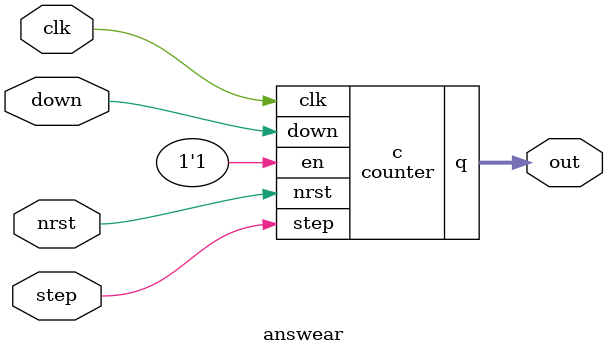
<source format=sv>

module tff(output q, nq, 
           input t, clk, nrst);
  logic ns, nr, ns1, nr1, j, k;
  nand n1(ns, clk, j), n2(nr, clk, k),
  n3(q, ns, nq), n4(nq, nr,  q, nrst), n5(ns1,!clk, t, nq), 
  n6(nr1, !clk, t, q), n7(j, ns1, k), n8(k, nr1, j, nrst);
endmodule

/*
* Idea rozwiazania:
* Na początek bierzemy z listy rozwiązanie z listy na układ liczący
* w górę i w dół i rozszerzamy go o kolejny "bit".
* Następnie by otrzymać to co chcemy czyli że mamy krok o 2
* to należy odpowiednio ustawić rejestry. 
* Główna obserwacja jest taka że jeśli mamy step o 2 
* to pierwszy rejestr się nie zmienia. Natomiast drugi
* rejest działa tak jakby był pierwszym rejestrem w liczniku.
* Ten układ realizuje tą ideę. 
*/
module counter(output  [3:0] q,
              input en, clk, nrst, down,step);
  logic [2:0] temp;
  logic [1:0] in;
  assign in[0] = step ? 0 : en;
  tff t1(q[0],,in[0],clk,nrst);
  assign temp[0] = en & (down ? !q[0] : q[0]);
  assign in[1] = step ? en : temp[0]; 
  tff t2(q[1],,in[1],clk,nrst);
  assign temp[1] = in[1] & (down ? !q[1] : q[1]);
  tff t3(q[2],,temp[1],clk,nrst);
  assign temp[2] = temp[1] & (down? !q[2] : q[2]); 
  tff t4(q[3],,temp[2],clk,nrst);
endmodule

/*
* Obcięcie sygnały enable, ustalenie by było jak w specyfikacji 
* oraz dla prosteszego czytania wyniku.
*/
module answear(output [3:0] out,input down,step,nrst,clk);
  counter c(out,1,clk,nrst,down,step);
endmodule
</source>
